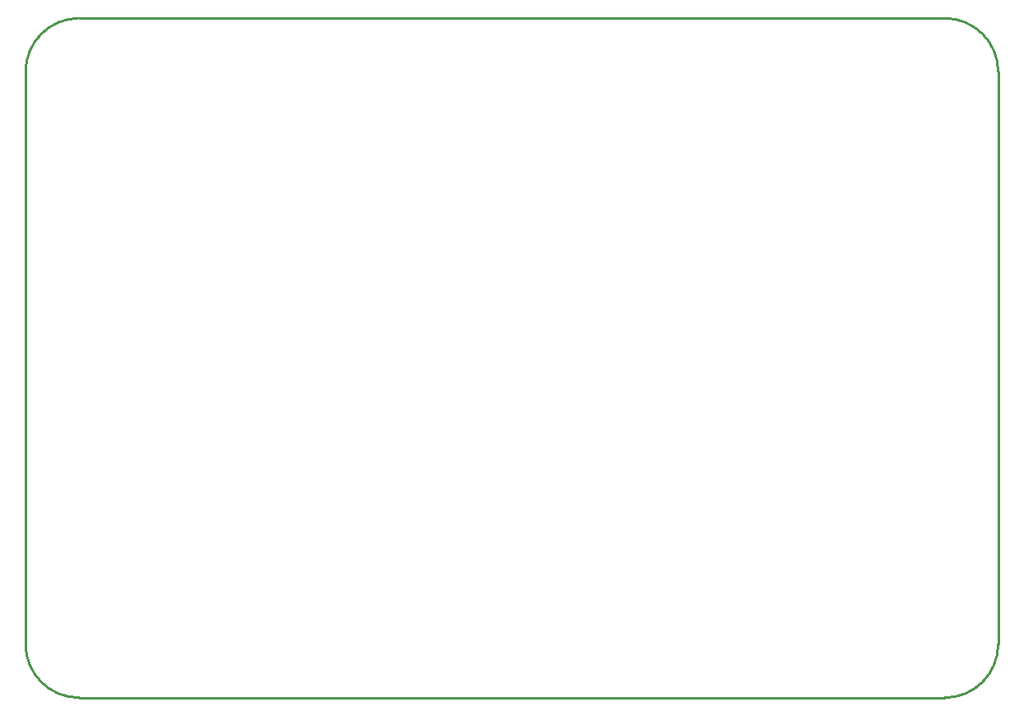
<source format=gbr>
%TF.GenerationSoftware,Altium Limited,Altium Designer,22.5.1 (42)*%
G04 Layer_Color=16711935*
%FSLAX44Y44*%
%MOMM*%
%TF.SameCoordinates,15DEB0BC-4505-4058-9DE8-AE4841CA441A*%
%TF.FilePolarity,Positive*%
%TF.FileFunction,Other,Mechanical_1*%
%TF.Part,Single*%
G01*
G75*
%TA.AperFunction,NonConductor*%
%ADD71C,0.2540*%
D71*
X-500170Y-294920D02*
G03*
X-445170Y-349920I55000J0D01*
G01*
X445170D02*
G03*
X500170Y-294920I0J55000D01*
G01*
Y294920D02*
G03*
X445170Y349920I-55000J0D01*
G01*
X-445170Y349920D02*
G03*
X-500170Y294920I0J-55000D01*
G01*
X-500170Y-294920D02*
Y294920D01*
X-445170Y-349920D02*
X445170D01*
X500170Y-294920D02*
Y-294920D01*
Y294920D01*
X445170Y349920D02*
X445170Y349920D01*
X-445170Y349920D02*
X445170D01*
%TF.MD5,b53d6d1e80459a83ab0235d2cb608aec*%
M02*

</source>
